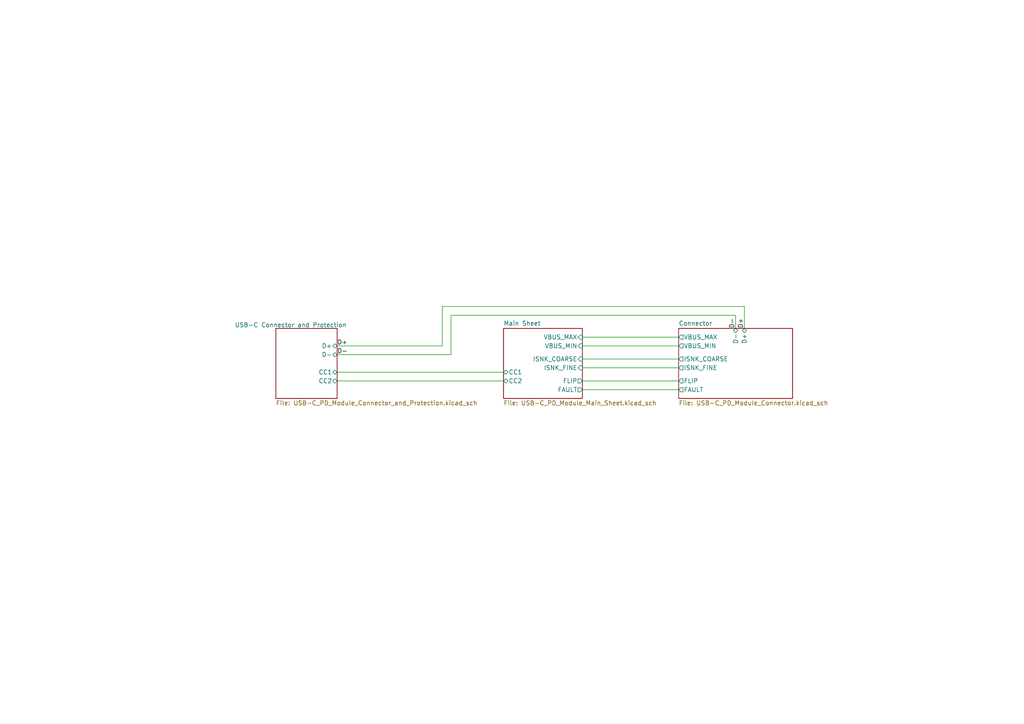
<source format=kicad_sch>
(kicad_sch
	(version 20231120)
	(generator "eeschema")
	(generator_version "8.0")
	(uuid "e9157937-4343-4473-886a-dab0513dea03")
	(paper "A4")
	(title_block
		(title "Overview")
		(date "2025-01-24")
		(rev "1.0")
	)
	(lib_symbols)
	(wire
		(pts
			(xy 97.79 110.49) (xy 146.05 110.49)
		)
		(stroke
			(width 0)
			(type default)
		)
		(uuid "002ecb6a-ad41-4434-93f3-002b8f2ac444")
	)
	(wire
		(pts
			(xy 213.36 91.44) (xy 213.36 95.25)
		)
		(stroke
			(width 0)
			(type default)
		)
		(uuid "073abd39-5929-431e-a334-36db6bcc0da9")
	)
	(wire
		(pts
			(xy 168.91 97.79) (xy 196.85 97.79)
		)
		(stroke
			(width 0)
			(type default)
		)
		(uuid "197a38d9-0441-40a0-9701-8e96dd7a8cfb")
	)
	(wire
		(pts
			(xy 215.9 88.9) (xy 215.9 95.25)
		)
		(stroke
			(width 0)
			(type default)
		)
		(uuid "232c3020-7767-4b5d-972b-31a7c01c27b6")
	)
	(wire
		(pts
			(xy 130.81 102.87) (xy 130.81 91.44)
		)
		(stroke
			(width 0)
			(type default)
		)
		(uuid "2ffa99f2-0349-4026-8d38-1f10bf8d41b5")
	)
	(wire
		(pts
			(xy 168.91 106.68) (xy 196.85 106.68)
		)
		(stroke
			(width 0)
			(type default)
		)
		(uuid "4b24a1eb-0dac-41e8-836e-0d9dd13aa088")
	)
	(wire
		(pts
			(xy 168.91 100.33) (xy 196.85 100.33)
		)
		(stroke
			(width 0)
			(type default)
		)
		(uuid "4f542e64-004d-42d9-8cd8-960fcedc681b")
	)
	(wire
		(pts
			(xy 128.27 88.9) (xy 215.9 88.9)
		)
		(stroke
			(width 0)
			(type default)
		)
		(uuid "7bb84caa-aa95-4296-86ca-4c17a636e809")
	)
	(wire
		(pts
			(xy 168.91 110.49) (xy 196.85 110.49)
		)
		(stroke
			(width 0)
			(type default)
		)
		(uuid "972ab100-3d27-4245-9257-5a48b0f1afb6")
	)
	(wire
		(pts
			(xy 168.91 113.03) (xy 196.85 113.03)
		)
		(stroke
			(width 0)
			(type default)
		)
		(uuid "9875275e-e8a5-427e-858f-d91441a44471")
	)
	(wire
		(pts
			(xy 97.79 107.95) (xy 146.05 107.95)
		)
		(stroke
			(width 0)
			(type default)
		)
		(uuid "9de8b20a-29b2-4de9-acc1-5ccb5cacaf72")
	)
	(wire
		(pts
			(xy 97.79 102.87) (xy 130.81 102.87)
		)
		(stroke
			(width 0)
			(type default)
		)
		(uuid "c170153b-7433-4b4a-b211-da58ac5f1dba")
	)
	(wire
		(pts
			(xy 128.27 100.33) (xy 128.27 88.9)
		)
		(stroke
			(width 0)
			(type default)
		)
		(uuid "c4c3edfd-00dd-4cd7-a493-70476bf15bcd")
	)
	(wire
		(pts
			(xy 97.79 100.33) (xy 128.27 100.33)
		)
		(stroke
			(width 0)
			(type default)
		)
		(uuid "c55effe2-9d31-4808-9681-9ae249c5d975")
	)
	(wire
		(pts
			(xy 168.91 104.14) (xy 196.85 104.14)
		)
		(stroke
			(width 0)
			(type default)
		)
		(uuid "dd58f8b3-e45c-44e0-b42b-d199ba286c9a")
	)
	(wire
		(pts
			(xy 130.81 91.44) (xy 213.36 91.44)
		)
		(stroke
			(width 0)
			(type default)
		)
		(uuid "deeb15a6-0bd6-42c6-884c-b1444df3c8a1")
	)
	(label "D+"
		(at 97.79 100.33 0)
		(fields_autoplaced yes)
		(effects
			(font
				(size 1.27 1.27)
			)
			(justify left bottom)
		)
		(uuid "390f43f8-dd95-499c-9e87-14499c51e5d4")
	)
	(label "D-"
		(at 97.79 102.87 0)
		(fields_autoplaced yes)
		(effects
			(font
				(size 1.27 1.27)
			)
			(justify left bottom)
		)
		(uuid "3deadf4d-5ceb-4d53-ae86-29c7ffb43b3d")
	)
	(label "D+"
		(at 215.9 95.25 90)
		(fields_autoplaced yes)
		(effects
			(font
				(size 1.27 1.27)
			)
			(justify left bottom)
		)
		(uuid "524a7026-e833-4454-9b99-892d92b16705")
	)
	(label "D-"
		(at 213.36 95.25 90)
		(fields_autoplaced yes)
		(effects
			(font
				(size 1.27 1.27)
			)
			(justify left bottom)
		)
		(uuid "90f34fbf-5f52-4b88-aae9-284c2e442e28")
	)
	(sheet
		(at 80.01 95.25)
		(size 17.78 20.32)
		(stroke
			(width 0.1524)
			(type solid)
		)
		(fill
			(color 0 0 0 0.0000)
		)
		(uuid "2a8bbf7b-c7ff-4aaf-8d9e-cc20cea6930f")
		(property "Sheetname" "USB-C Connector and Protection"
			(at 68.072 94.996 0)
			(effects
				(font
					(size 1.27 1.27)
				)
				(justify left bottom)
			)
		)
		(property "Sheetfile" "USB-C_PD_Module_Connector_and_Protection.kicad_sch"
			(at 80.01 116.1546 0)
			(effects
				(font
					(size 1.27 1.27)
				)
				(justify left top)
			)
		)
		(pin "D-" bidirectional
			(at 97.79 102.87 0)
			(effects
				(font
					(size 1.27 1.27)
				)
				(justify right)
			)
			(uuid "d2bdf129-8c3a-40da-90dd-233bba88357a")
		)
		(pin "CC1" bidirectional
			(at 97.79 107.95 0)
			(effects
				(font
					(size 1.27 1.27)
				)
				(justify right)
			)
			(uuid "58ed30ea-4723-48ed-83cb-804e650b8890")
		)
		(pin "CC2" bidirectional
			(at 97.79 110.49 0)
			(effects
				(font
					(size 1.27 1.27)
				)
				(justify right)
			)
			(uuid "223e455d-69f1-4c95-bece-a58276a66826")
		)
		(pin "D+" bidirectional
			(at 97.79 100.33 0)
			(effects
				(font
					(size 1.27 1.27)
				)
				(justify right)
			)
			(uuid "1db4076d-de67-4fcc-aeb7-b73a6617abb6")
		)
		(instances
			(project "USB-C_PD_Module"
				(path "/e9157937-4343-4473-886a-dab0513dea03"
					(page "2")
				)
			)
		)
	)
	(sheet
		(at 196.85 95.25)
		(size 33.02 20.32)
		(fields_autoplaced yes)
		(stroke
			(width 0.1524)
			(type solid)
		)
		(fill
			(color 0 0 0 0.0000)
		)
		(uuid "6cb13895-410c-4d2e-a670-b234d66656a3")
		(property "Sheetname" "Connector"
			(at 196.85 94.5384 0)
			(effects
				(font
					(size 1.27 1.27)
				)
				(justify left bottom)
			)
		)
		(property "Sheetfile" "USB-C_PD_Module_Connector.kicad_sch"
			(at 196.85 116.1546 0)
			(effects
				(font
					(size 1.27 1.27)
				)
				(justify left top)
			)
		)
		(pin "ISNK_FINE" output
			(at 196.85 106.68 180)
			(effects
				(font
					(size 1.27 1.27)
				)
				(justify left)
			)
			(uuid "1f0fae07-7fcc-470a-b8cf-fcf70c46582a")
		)
		(pin "D-" bidirectional
			(at 213.36 95.25 90)
			(effects
				(font
					(size 1.27 1.27)
				)
				(justify right)
			)
			(uuid "a4adeb32-0df2-4ba4-80d1-ad88b9416dfa")
		)
		(pin "D+" bidirectional
			(at 215.9 95.25 90)
			(effects
				(font
					(size 1.27 1.27)
				)
				(justify right)
			)
			(uuid "da96e0bf-82f3-4f71-8ddc-aef5604e8666")
		)
		(pin "VBUS_MIN" output
			(at 196.85 100.33 180)
			(effects
				(font
					(size 1.27 1.27)
				)
				(justify left)
			)
			(uuid "e77323eb-de47-4bb4-b38e-eca7c377b4be")
		)
		(pin "VBUS_MAX" output
			(at 196.85 97.79 180)
			(effects
				(font
					(size 1.27 1.27)
				)
				(justify left)
			)
			(uuid "f35e5730-91e2-4863-9d68-22d0261a837d")
		)
		(pin "ISNK_COARSE" output
			(at 196.85 104.14 180)
			(effects
				(font
					(size 1.27 1.27)
				)
				(justify left)
			)
			(uuid "3e70a1c8-ddc5-4570-b012-77955e5d9f7a")
		)
		(pin "FLIP" output
			(at 196.85 110.49 180)
			(effects
				(font
					(size 1.27 1.27)
				)
				(justify left)
			)
			(uuid "007aca6f-3e85-42c6-87cc-edcf7c0d52db")
		)
		(pin "FAULT" output
			(at 196.85 113.03 180)
			(effects
				(font
					(size 1.27 1.27)
				)
				(justify left)
			)
			(uuid "05da9c2d-0344-4ee6-9301-a12503c1b1c0")
		)
		(instances
			(project "USB-C_PD_Module"
				(path "/e9157937-4343-4473-886a-dab0513dea03"
					(page "4")
				)
			)
		)
	)
	(sheet
		(at 146.05 95.25)
		(size 22.86 20.32)
		(fields_autoplaced yes)
		(stroke
			(width 0.1524)
			(type solid)
		)
		(fill
			(color 0 0 0 0.0000)
		)
		(uuid "859e78f6-ccf9-44d4-8549-a51c7a5069ea")
		(property "Sheetname" "Main Sheet"
			(at 146.05 94.5384 0)
			(effects
				(font
					(size 1.27 1.27)
				)
				(justify left bottom)
			)
		)
		(property "Sheetfile" "USB-C_PD_Module_Main_Sheet.kicad_sch"
			(at 146.05 116.1546 0)
			(effects
				(font
					(size 1.27 1.27)
				)
				(justify left top)
			)
		)
		(property "Feld2" ""
			(at 146.05 95.25 0)
			(effects
				(font
					(size 1.27 1.27)
				)
				(hide yes)
			)
		)
		(pin "VBUS_MIN" input
			(at 168.91 100.33 0)
			(effects
				(font
					(size 1.27 1.27)
				)
				(justify right)
			)
			(uuid "5b7444ce-fea6-4ef8-b489-56f6043bf9e3")
		)
		(pin "VBUS_MAX" input
			(at 168.91 97.79 0)
			(effects
				(font
					(size 1.27 1.27)
				)
				(justify right)
			)
			(uuid "654b6def-5ae4-47b7-96fe-a2d2e14b142c")
		)
		(pin "ISNK_COARSE" input
			(at 168.91 104.14 0)
			(effects
				(font
					(size 1.27 1.27)
				)
				(justify right)
			)
			(uuid "9bf704e5-dd73-4cbf-bdca-a34740029b4d")
		)
		(pin "ISNK_FINE" input
			(at 168.91 106.68 0)
			(effects
				(font
					(size 1.27 1.27)
				)
				(justify right)
			)
			(uuid "ca8124ee-7529-45eb-98d0-ca0c4905364b")
		)
		(pin "CC1" bidirectional
			(at 146.05 107.95 180)
			(effects
				(font
					(size 1.27 1.27)
				)
				(justify left)
			)
			(uuid "798b5366-0ce3-44bb-9ed3-9f70a4713d6b")
		)
		(pin "CC2" bidirectional
			(at 146.05 110.49 180)
			(effects
				(font
					(size 1.27 1.27)
				)
				(justify left)
			)
			(uuid "734fc436-70a0-49d4-96ad-f8aee50abe93")
		)
		(pin "FAULT" output
			(at 168.91 113.03 0)
			(effects
				(font
					(size 1.27 1.27)
				)
				(justify right)
			)
			(uuid "6670ff4e-732d-4643-a83f-05b454a9b4b5")
		)
		(pin "FLIP" output
			(at 168.91 110.49 0)
			(effects
				(font
					(size 1.27 1.27)
				)
				(justify right)
			)
			(uuid "8778d31e-c0fe-4dce-8357-871f5c4eac24")
		)
		(instances
			(project "USB-C_PD_Module"
				(path "/e9157937-4343-4473-886a-dab0513dea03"
					(page "3")
				)
			)
		)
	)
	(sheet_instances
		(path "/"
			(page "1")
		)
	)
)

</source>
